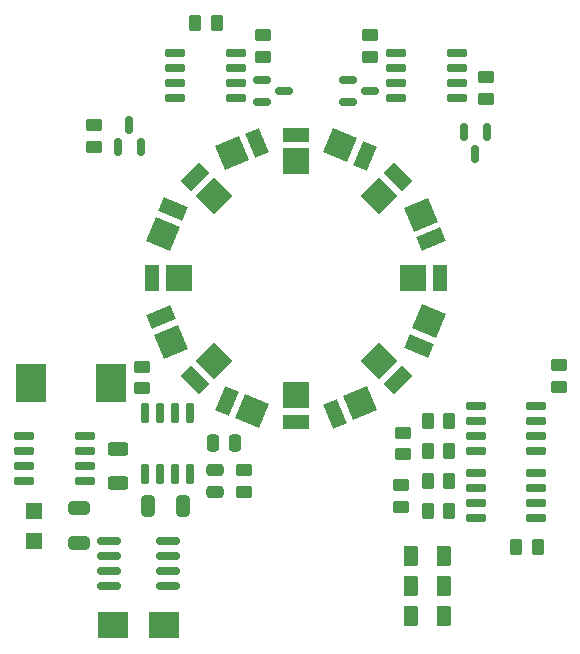
<source format=gbr>
%TF.GenerationSoftware,KiCad,Pcbnew,6.0.1-79c1e3a40b~116~ubuntu20.04.1*%
%TF.CreationDate,2022-01-23T15:23:11-08:00*%
%TF.ProjectId,led-ring-driver,6c65642d-7269-46e6-972d-647269766572,rev?*%
%TF.SameCoordinates,Original*%
%TF.FileFunction,Paste,Top*%
%TF.FilePolarity,Positive*%
%FSLAX46Y46*%
G04 Gerber Fmt 4.6, Leading zero omitted, Abs format (unit mm)*
G04 Created by KiCad (PCBNEW 6.0.1-79c1e3a40b~116~ubuntu20.04.1) date 2022-01-23 15:23:11*
%MOMM*%
%LPD*%
G01*
G04 APERTURE LIST*
G04 Aperture macros list*
%AMRoundRect*
0 Rectangle with rounded corners*
0 $1 Rounding radius*
0 $2 $3 $4 $5 $6 $7 $8 $9 X,Y pos of 4 corners*
0 Add a 4 corners polygon primitive as box body*
4,1,4,$2,$3,$4,$5,$6,$7,$8,$9,$2,$3,0*
0 Add four circle primitives for the rounded corners*
1,1,$1+$1,$2,$3*
1,1,$1+$1,$4,$5*
1,1,$1+$1,$6,$7*
1,1,$1+$1,$8,$9*
0 Add four rect primitives between the rounded corners*
20,1,$1+$1,$2,$3,$4,$5,0*
20,1,$1+$1,$4,$5,$6,$7,0*
20,1,$1+$1,$6,$7,$8,$9,0*
20,1,$1+$1,$8,$9,$2,$3,0*%
%AMRotRect*
0 Rectangle, with rotation*
0 The origin of the aperture is its center*
0 $1 length*
0 $2 width*
0 $3 Rotation angle, in degrees counterclockwise*
0 Add horizontal line*
21,1,$1,$2,0,0,$3*%
G04 Aperture macros list end*
%ADD10RoundRect,0.250000X-0.262500X-0.450000X0.262500X-0.450000X0.262500X0.450000X-0.262500X0.450000X0*%
%ADD11RotRect,2.200000X2.200000X292.500000*%
%ADD12RotRect,1.250000X2.200000X292.500000*%
%ADD13RotRect,2.200000X2.200000X45.000000*%
%ADD14RotRect,1.250000X2.200000X45.000000*%
%ADD15RotRect,2.200000X2.200000X247.500000*%
%ADD16RotRect,1.250000X2.200000X247.500000*%
%ADD17R,2.200000X2.200000*%
%ADD18R,2.200000X1.250000*%
%ADD19RoundRect,0.250000X0.325000X0.650000X-0.325000X0.650000X-0.325000X-0.650000X0.325000X-0.650000X0*%
%ADD20RoundRect,0.250000X-0.375000X-0.625000X0.375000X-0.625000X0.375000X0.625000X-0.375000X0.625000X0*%
%ADD21RoundRect,0.150000X-0.725000X-0.150000X0.725000X-0.150000X0.725000X0.150000X-0.725000X0.150000X0*%
%ADD22RoundRect,0.250000X0.650000X-0.325000X0.650000X0.325000X-0.650000X0.325000X-0.650000X-0.325000X0*%
%ADD23RotRect,2.200000X2.200000X225.000000*%
%ADD24RotRect,1.250000X2.200000X225.000000*%
%ADD25RoundRect,0.250000X0.450000X-0.262500X0.450000X0.262500X-0.450000X0.262500X-0.450000X-0.262500X0*%
%ADD26RotRect,2.200000X2.200000X135.000000*%
%ADD27RotRect,1.250000X2.200000X135.000000*%
%ADD28RoundRect,0.250000X-0.450000X0.262500X-0.450000X-0.262500X0.450000X-0.262500X0.450000X0.262500X0*%
%ADD29RotRect,2.200000X2.200000X337.500000*%
%ADD30RotRect,1.250000X2.200000X337.500000*%
%ADD31RotRect,2.200000X2.200000X202.500000*%
%ADD32RotRect,1.250000X2.200000X202.500000*%
%ADD33RotRect,2.200000X2.200000X157.500000*%
%ADD34RotRect,1.250000X2.200000X157.500000*%
%ADD35RotRect,2.200000X2.200000X112.500000*%
%ADD36RotRect,1.250000X2.200000X112.500000*%
%ADD37RoundRect,0.150000X-0.825000X-0.150000X0.825000X-0.150000X0.825000X0.150000X-0.825000X0.150000X0*%
%ADD38R,1.397000X1.473200*%
%ADD39R,1.250000X2.200000*%
%ADD40RoundRect,0.250000X0.475000X-0.250000X0.475000X0.250000X-0.475000X0.250000X-0.475000X-0.250000X0*%
%ADD41RoundRect,0.150000X-0.150000X0.587500X-0.150000X-0.587500X0.150000X-0.587500X0.150000X0.587500X0*%
%ADD42R,2.500000X2.300000*%
%ADD43RotRect,2.200000X2.200000X67.500000*%
%ADD44RotRect,1.250000X2.200000X67.500000*%
%ADD45RoundRect,0.150000X-0.587500X-0.150000X0.587500X-0.150000X0.587500X0.150000X-0.587500X0.150000X0*%
%ADD46RoundRect,0.250000X0.250000X0.475000X-0.250000X0.475000X-0.250000X-0.475000X0.250000X-0.475000X0*%
%ADD47RoundRect,0.250000X0.625000X-0.312500X0.625000X0.312500X-0.625000X0.312500X-0.625000X-0.312500X0*%
%ADD48RoundRect,0.150000X-0.150000X0.725000X-0.150000X-0.725000X0.150000X-0.725000X0.150000X0.725000X0*%
%ADD49RoundRect,0.150000X0.725000X0.150000X-0.725000X0.150000X-0.725000X-0.150000X0.725000X-0.150000X0*%
%ADD50RotRect,2.200000X2.200000X22.500000*%
%ADD51RotRect,1.250000X2.200000X22.500000*%
%ADD52RotRect,2.200000X2.200000X315.000000*%
%ADD53RotRect,1.250000X2.200000X315.000000*%
%ADD54RoundRect,0.150000X0.150000X-0.587500X0.150000X0.587500X-0.150000X0.587500X-0.150000X-0.587500X0*%
%ADD55R,2.500000X3.300000*%
G04 APERTURE END LIST*
D10*
%TO.C,R13*%
X162917500Y-108585000D03*
X164742500Y-108585000D03*
%TD*%
D11*
%TO.C,D16*%
X162342585Y-83496508D03*
D12*
X163213190Y-85598334D03*
%TD*%
D13*
%TO.C,D14*%
X158748604Y-81916396D03*
D14*
X160357272Y-80307728D03*
%TD*%
D15*
%TO.C,D18*%
X163031415Y-92513508D03*
D16*
X162160810Y-94615334D03*
%TD*%
D17*
%TO.C,D11*%
X151765000Y-98795000D03*
D18*
X151765000Y-101070000D03*
%TD*%
D10*
%TO.C,R10*%
X162917500Y-100965000D03*
X164742500Y-100965000D03*
%TD*%
D19*
%TO.C,C3*%
X142191000Y-108204000D03*
X139241000Y-108204000D03*
%TD*%
D20*
%TO.C,D20*%
X161517500Y-114935000D03*
X164317500Y-114935000D03*
%TD*%
D21*
%TO.C,U3*%
X160210500Y-69850000D03*
X160210500Y-71120000D03*
X160210500Y-72390000D03*
X160210500Y-73660000D03*
X165360500Y-73660000D03*
X165360500Y-72390000D03*
X165360500Y-71120000D03*
X165360500Y-69850000D03*
%TD*%
D22*
%TO.C,C2*%
X133350000Y-111330000D03*
X133350000Y-108380000D03*
%TD*%
D23*
%TO.C,D7*%
X144781396Y-95883604D03*
D24*
X143172728Y-97492272D03*
%TD*%
D25*
%TO.C,R9*%
X160655000Y-108227500D03*
X160655000Y-106402500D03*
%TD*%
D26*
%TO.C,D6*%
X144781396Y-81916396D03*
D27*
X143172728Y-80307728D03*
%TD*%
D28*
%TO.C,R5*%
X147320000Y-105132500D03*
X147320000Y-106957500D03*
%TD*%
D29*
%TO.C,D12*%
X155505508Y-77633585D03*
D30*
X157607334Y-78504190D03*
%TD*%
D28*
%TO.C,R6*%
X148971000Y-68302500D03*
X148971000Y-70127500D03*
%TD*%
%TO.C,R1*%
X134620000Y-75922500D03*
X134620000Y-77747500D03*
%TD*%
D31*
%TO.C,D13*%
X157168492Y-99477585D03*
D32*
X155066666Y-100348190D03*
%TD*%
D33*
%TO.C,D9*%
X148024492Y-100166415D03*
D34*
X145922666Y-99295810D03*
%TD*%
D21*
%TO.C,U5*%
X166970000Y-105410000D03*
X166970000Y-106680000D03*
X166970000Y-107950000D03*
X166970000Y-109220000D03*
X172120000Y-109220000D03*
X172120000Y-107950000D03*
X172120000Y-106680000D03*
X172120000Y-105410000D03*
%TD*%
D35*
%TO.C,D5*%
X141187415Y-94303492D03*
D36*
X140316810Y-92201666D03*
%TD*%
D20*
%TO.C,D21*%
X161517500Y-117475000D03*
X164317500Y-117475000D03*
%TD*%
D25*
%TO.C,R8*%
X160782000Y-103782500D03*
X160782000Y-101957500D03*
%TD*%
D20*
%TO.C,D19*%
X161517500Y-112395000D03*
X164317500Y-112395000D03*
%TD*%
D37*
%TO.C,Q3*%
X135955000Y-111125000D03*
X135955000Y-112395000D03*
X135955000Y-113665000D03*
X135955000Y-114935000D03*
X140905000Y-114935000D03*
X140905000Y-113665000D03*
X140905000Y-112395000D03*
X140905000Y-111125000D03*
%TD*%
D28*
%TO.C,R7*%
X157988000Y-68302500D03*
X157988000Y-70127500D03*
%TD*%
D17*
%TO.C,D10*%
X151765000Y-79005000D03*
D18*
X151765000Y-76730000D03*
%TD*%
D38*
%TO.C,L1*%
X129540000Y-111120800D03*
X129540000Y-108589200D03*
%TD*%
D10*
%TO.C,R11*%
X162917500Y-103505000D03*
X164742500Y-103505000D03*
%TD*%
D17*
%TO.C,D4*%
X141870000Y-88900000D03*
D39*
X139595000Y-88900000D03*
%TD*%
D40*
%TO.C,C4*%
X144907000Y-106995000D03*
X144907000Y-105095000D03*
%TD*%
D28*
%TO.C,R3*%
X138684000Y-96369500D03*
X138684000Y-98194500D03*
%TD*%
D10*
%TO.C,R4*%
X143232500Y-67310000D03*
X145057500Y-67310000D03*
%TD*%
D41*
%TO.C,Q6*%
X167891500Y-76532500D03*
X165991500Y-76532500D03*
X166941500Y-78407500D03*
%TD*%
D42*
%TO.C,D2*%
X140580000Y-118237000D03*
X136280000Y-118237000D03*
%TD*%
D43*
%TO.C,D3*%
X140498585Y-85159492D03*
D44*
X141369190Y-83057666D03*
%TD*%
D21*
%TO.C,U2*%
X141535000Y-69850000D03*
X141535000Y-71120000D03*
X141535000Y-72390000D03*
X141535000Y-73660000D03*
X146685000Y-73660000D03*
X146685000Y-72390000D03*
X146685000Y-71120000D03*
X146685000Y-69850000D03*
%TD*%
%TO.C,U4*%
X166970000Y-99695000D03*
X166970000Y-100965000D03*
X166970000Y-102235000D03*
X166970000Y-103505000D03*
X172120000Y-103505000D03*
X172120000Y-102235000D03*
X172120000Y-100965000D03*
X172120000Y-99695000D03*
%TD*%
D45*
%TO.C,Q4*%
X148887500Y-72075000D03*
X148887500Y-73975000D03*
X150762500Y-73025000D03*
%TD*%
%TO.C,Q5*%
X156168000Y-72075000D03*
X156168000Y-73975000D03*
X158043000Y-73025000D03*
%TD*%
D46*
%TO.C,C5*%
X146619000Y-102870000D03*
X144719000Y-102870000D03*
%TD*%
D47*
%TO.C,R2*%
X136652000Y-106237500D03*
X136652000Y-103312500D03*
%TD*%
D48*
%TO.C,U1*%
X142748000Y-100295000D03*
X141478000Y-100295000D03*
X140208000Y-100295000D03*
X138938000Y-100295000D03*
X138938000Y-105445000D03*
X140208000Y-105445000D03*
X141478000Y-105445000D03*
X142748000Y-105445000D03*
%TD*%
D49*
%TO.C,Q1*%
X133893000Y-106045000D03*
X133893000Y-104775000D03*
X133893000Y-103505000D03*
X133893000Y-102235000D03*
X128743000Y-102235000D03*
X128743000Y-103505000D03*
X128743000Y-104775000D03*
X128743000Y-106045000D03*
%TD*%
D50*
%TO.C,D8*%
X146361508Y-78322415D03*
D51*
X148463334Y-77451810D03*
%TD*%
D10*
%TO.C,R12*%
X162917500Y-106045000D03*
X164742500Y-106045000D03*
%TD*%
D52*
%TO.C,D15*%
X158748604Y-95883604D03*
D53*
X160357272Y-97492272D03*
%TD*%
D25*
%TO.C,R16*%
X173990000Y-98067500D03*
X173990000Y-96242500D03*
%TD*%
D54*
%TO.C,Q2*%
X136692500Y-77772500D03*
X138592500Y-77772500D03*
X137642500Y-75897500D03*
%TD*%
D17*
%TO.C,D17*%
X161660000Y-88900000D03*
D39*
X163935000Y-88900000D03*
%TD*%
D10*
%TO.C,R15*%
X170410500Y-111633000D03*
X172235500Y-111633000D03*
%TD*%
D55*
%TO.C,D1*%
X136115000Y-97790000D03*
X129315000Y-97790000D03*
%TD*%
D28*
%TO.C,R14*%
X167830500Y-71858500D03*
X167830500Y-73683500D03*
%TD*%
M02*

</source>
